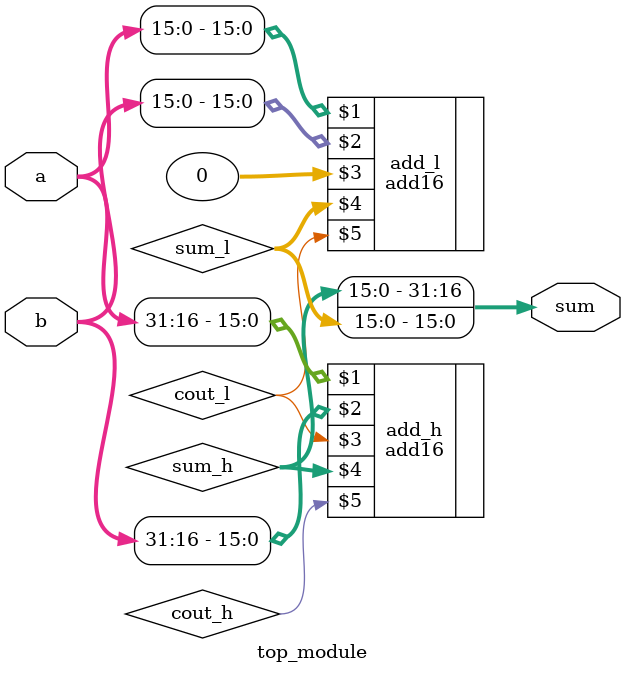
<source format=v>
module top_module(
    input [31:0] a,
    input [31:0] b,
    output [31:0] sum
);
    wire [15:0] sum_l, sum_h;
    wire cout_l, cout_h;
    add16 add_l (a[15:0], b[15:0], 0, sum_l, cout_l);
    add16 add_h (a[31:16], b[31:16], cout_l, sum_h, cout_h);
    assign sum = {sum_h, sum_l};
endmodule
</source>
